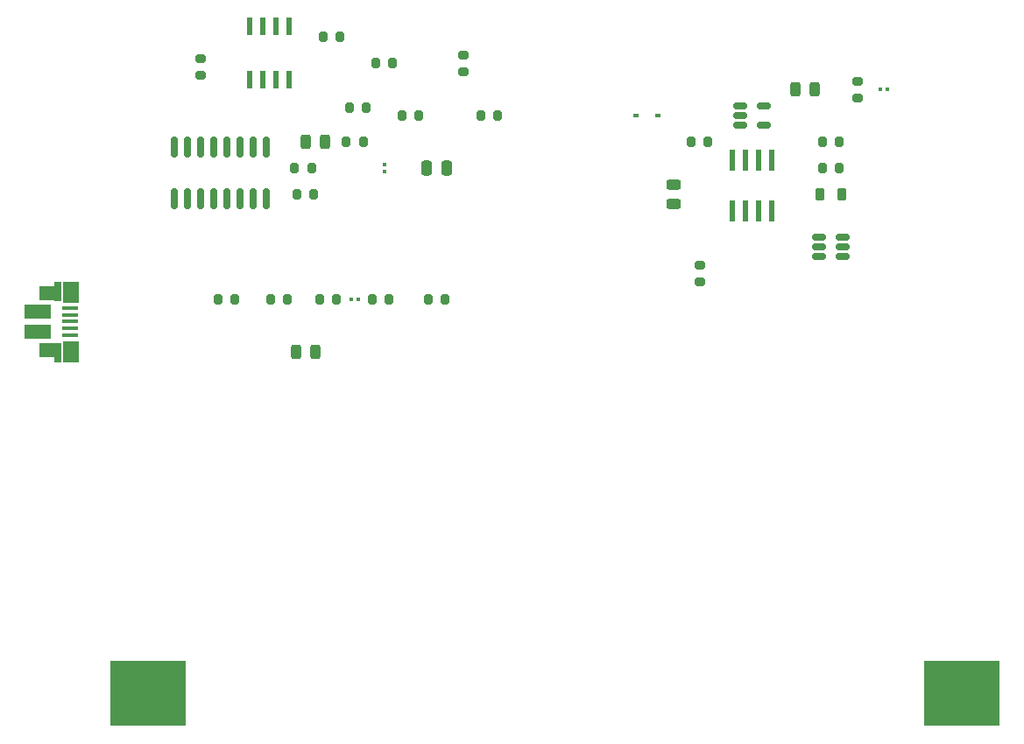
<source format=gbr>
%TF.GenerationSoftware,KiCad,Pcbnew,(6.0.2)*%
%TF.CreationDate,2022-04-14T15:11:51+02:00*%
%TF.ProjectId,main,6d61696e-2e6b-4696-9361-645f70636258,rev?*%
%TF.SameCoordinates,Original*%
%TF.FileFunction,Paste,Top*%
%TF.FilePolarity,Positive*%
%FSLAX46Y46*%
G04 Gerber Fmt 4.6, Leading zero omitted, Abs format (unit mm)*
G04 Created by KiCad (PCBNEW (6.0.2)) date 2022-04-14 15:11:51*
%MOMM*%
%LPD*%
G01*
G04 APERTURE LIST*
G04 Aperture macros list*
%AMRoundRect*
0 Rectangle with rounded corners*
0 $1 Rounding radius*
0 $2 $3 $4 $5 $6 $7 $8 $9 X,Y pos of 4 corners*
0 Add a 4 corners polygon primitive as box body*
4,1,4,$2,$3,$4,$5,$6,$7,$8,$9,$2,$3,0*
0 Add four circle primitives for the rounded corners*
1,1,$1+$1,$2,$3*
1,1,$1+$1,$4,$5*
1,1,$1+$1,$6,$7*
1,1,$1+$1,$8,$9*
0 Add four rect primitives between the rounded corners*
20,1,$1+$1,$2,$3,$4,$5,0*
20,1,$1+$1,$4,$5,$6,$7,0*
20,1,$1+$1,$6,$7,$8,$9,0*
20,1,$1+$1,$8,$9,$2,$3,0*%
G04 Aperture macros list end*
%ADD10R,0.533400X1.701800*%
%ADD11RoundRect,0.150000X0.150000X-0.850000X0.150000X0.850000X-0.150000X0.850000X-0.150000X-0.850000X0*%
%ADD12RoundRect,0.039900X-0.245100X0.945100X-0.245100X-0.945100X0.245100X-0.945100X0.245100X0.945100X0*%
%ADD13R,7.340000X6.350000*%
%ADD14RoundRect,0.200000X-0.275000X0.200000X-0.275000X-0.200000X0.275000X-0.200000X0.275000X0.200000X0*%
%ADD15RoundRect,0.200000X-0.200000X-0.275000X0.200000X-0.275000X0.200000X0.275000X-0.200000X0.275000X0*%
%ADD16RoundRect,0.200000X0.275000X-0.200000X0.275000X0.200000X-0.275000X0.200000X-0.275000X-0.200000X0*%
%ADD17RoundRect,0.243750X0.456250X-0.243750X0.456250X0.243750X-0.456250X0.243750X-0.456250X-0.243750X0*%
%ADD18RoundRect,0.243750X-0.243750X-0.456250X0.243750X-0.456250X0.243750X0.456250X-0.243750X0.456250X0*%
%ADD19RoundRect,0.079500X0.100500X-0.079500X0.100500X0.079500X-0.100500X0.079500X-0.100500X-0.079500X0*%
%ADD20RoundRect,0.200000X0.200000X0.275000X-0.200000X0.275000X-0.200000X-0.275000X0.200000X-0.275000X0*%
%ADD21R,1.500000X2.000000*%
%ADD22R,0.700000X1.825000*%
%ADD23R,2.000000X1.350000*%
%ADD24R,2.500000X1.430000*%
%ADD25R,1.650000X0.400000*%
%ADD26RoundRect,0.250000X-0.250000X-0.475000X0.250000X-0.475000X0.250000X0.475000X-0.250000X0.475000X0*%
%ADD27RoundRect,0.150000X-0.512500X-0.150000X0.512500X-0.150000X0.512500X0.150000X-0.512500X0.150000X0*%
%ADD28R,0.600000X0.450000*%
%ADD29RoundRect,0.079500X-0.079500X-0.100500X0.079500X-0.100500X0.079500X0.100500X-0.079500X0.100500X0*%
%ADD30RoundRect,0.218750X0.218750X0.381250X-0.218750X0.381250X-0.218750X-0.381250X0.218750X-0.381250X0*%
G04 APERTURE END LIST*
D10*
%TO.C,U3*%
X131805000Y-70200800D03*
X133075000Y-70200800D03*
X134345000Y-70200800D03*
X135615000Y-70200800D03*
X135615000Y-65019200D03*
X134345000Y-65019200D03*
X133075000Y-65019200D03*
X131805000Y-65019200D03*
%TD*%
D11*
%TO.C,U5*%
X124505000Y-81690000D03*
X125775000Y-81690000D03*
X127045000Y-81690000D03*
X128315000Y-81690000D03*
X129585000Y-81690000D03*
X130855000Y-81690000D03*
X132125000Y-81690000D03*
X133395000Y-81690000D03*
X133395000Y-76690000D03*
X132125000Y-76690000D03*
X130855000Y-76690000D03*
X129585000Y-76690000D03*
X128315000Y-76690000D03*
X127045000Y-76690000D03*
X125775000Y-76690000D03*
X124505000Y-76690000D03*
%TD*%
D12*
%TO.C,U4*%
X182265000Y-77955000D03*
X180995000Y-77955000D03*
X179725000Y-77955000D03*
X178455000Y-77955000D03*
X178455000Y-82905000D03*
X179725000Y-82905000D03*
X180995000Y-82905000D03*
X182265000Y-82905000D03*
%TD*%
D13*
%TO.C,BT1*%
X200580000Y-129540000D03*
X121920000Y-129540000D03*
%TD*%
D14*
%TO.C,R5*%
X190500000Y-71945000D03*
X190500000Y-70295000D03*
%TD*%
D15*
%TO.C,R17*%
X137755000Y-78740000D03*
X136105000Y-78740000D03*
%TD*%
D16*
%TO.C,R7*%
X152400000Y-67755000D03*
X152400000Y-69405000D03*
%TD*%
D15*
%TO.C,R1*%
X188785000Y-76200000D03*
X187135000Y-76200000D03*
%TD*%
D17*
%TO.C,D1*%
X172720000Y-80342500D03*
X172720000Y-82217500D03*
%TD*%
D15*
%TO.C,R14*%
X150685000Y-91440000D03*
X149035000Y-91440000D03*
%TD*%
D16*
%TO.C,R4*%
X175260000Y-88075000D03*
X175260000Y-89725000D03*
%TD*%
D15*
%TO.C,R19*%
X130365000Y-91440000D03*
X128715000Y-91440000D03*
%TD*%
D18*
%TO.C,D4*%
X138097500Y-96520000D03*
X136222500Y-96520000D03*
%TD*%
D15*
%TO.C,R6*%
X155765000Y-73660000D03*
X154115000Y-73660000D03*
%TD*%
D19*
%TO.C,C3*%
X144780000Y-79085000D03*
X144780000Y-78395000D03*
%TD*%
D20*
%TO.C,R3*%
X174435000Y-76200000D03*
X176085000Y-76200000D03*
%TD*%
D15*
%TO.C,R20*%
X135445000Y-91440000D03*
X133795000Y-91440000D03*
%TD*%
D21*
%TO.C,J5*%
X114515000Y-96465000D03*
D22*
X113195000Y-90615000D03*
D21*
X114495000Y-90715000D03*
D23*
X112445000Y-96315000D03*
D24*
X111245000Y-92605000D03*
X111245000Y-94525000D03*
D22*
X113195000Y-96565000D03*
D23*
X112445000Y-90835000D03*
D25*
X114395000Y-94865000D03*
X114395000Y-94215000D03*
X114395000Y-93565000D03*
X114395000Y-92915000D03*
X114395000Y-92265000D03*
%TD*%
D15*
%TO.C,R9*%
X140525000Y-66040000D03*
X138875000Y-66040000D03*
%TD*%
D26*
%TO.C,C2*%
X150810000Y-78740000D03*
X148910000Y-78740000D03*
%TD*%
D20*
%TO.C,R10*%
X141415000Y-72870000D03*
X143065000Y-72870000D03*
%TD*%
D27*
%TO.C,U1*%
X181477500Y-72710000D03*
X181477500Y-74610000D03*
X179202500Y-74610000D03*
X179202500Y-73660000D03*
X179202500Y-72710000D03*
%TD*%
D20*
%TO.C,R2*%
X187135000Y-78740000D03*
X188785000Y-78740000D03*
%TD*%
%TO.C,R11*%
X143955000Y-68580000D03*
X145605000Y-68580000D03*
%TD*%
D27*
%TO.C,U2*%
X189097500Y-85410000D03*
X189097500Y-86360000D03*
X189097500Y-87310000D03*
X186822500Y-87310000D03*
X186822500Y-86360000D03*
X186822500Y-85410000D03*
%TD*%
D28*
%TO.C,D3*%
X171230000Y-73660000D03*
X169130000Y-73660000D03*
%TD*%
D29*
%TO.C,C1*%
X192695000Y-71120000D03*
X193385000Y-71120000D03*
%TD*%
%TO.C,C4*%
X141550000Y-91440000D03*
X142240000Y-91440000D03*
%TD*%
D18*
%TO.C,LED1*%
X139035000Y-76200000D03*
X137160000Y-76200000D03*
%TD*%
D15*
%TO.C,R15*%
X140180000Y-91440000D03*
X138530000Y-91440000D03*
%TD*%
%TO.C,R13*%
X142745000Y-76200000D03*
X141095000Y-76200000D03*
%TD*%
%TO.C,R16*%
X137985000Y-81280000D03*
X136335000Y-81280000D03*
%TD*%
D18*
%TO.C,D2*%
X186357500Y-71120000D03*
X184482500Y-71120000D03*
%TD*%
D15*
%TO.C,R8*%
X148145000Y-73660000D03*
X146495000Y-73660000D03*
%TD*%
D30*
%TO.C,L1*%
X186897500Y-81280000D03*
X189022500Y-81280000D03*
%TD*%
D15*
%TO.C,R18*%
X145260000Y-91440000D03*
X143610000Y-91440000D03*
%TD*%
D14*
%TO.C,R12*%
X127000000Y-69750000D03*
X127000000Y-68100000D03*
%TD*%
M02*

</source>
